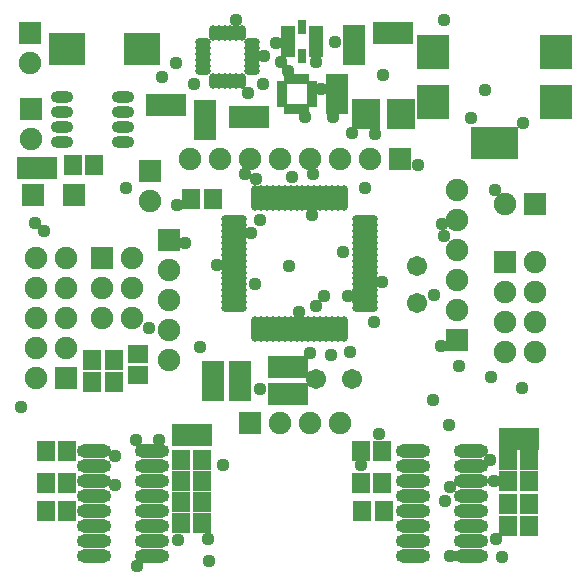
<source format=gts>
%FSAX24Y24*%
%MOIN*%
G70*
G01*
G75*
G04 Layer_Color=8388736*
%ADD10O,0.0118X0.0709*%
%ADD11O,0.0709X0.0118*%
%ADD12R,0.0472X0.0551*%
%ADD13R,0.0512X0.0591*%
%ADD14R,0.1024X0.0945*%
%ADD15O,0.0591X0.0236*%
%ADD16R,0.0197X0.0925*%
%ADD17R,0.0925X0.0984*%
%ADD18R,0.0787X0.0866*%
%ADD19R,0.0591X0.0591*%
%ADD20O,0.0984X0.0276*%
%ADD21R,0.0114X0.0177*%
%ADD22R,0.0177X0.0114*%
%ADD23R,0.0126X0.0354*%
%ADD24R,0.0315X0.0114*%
%ADD25O,0.0354X0.0116*%
%ADD26O,0.0116X0.0354*%
%ADD27R,0.0551X0.0472*%
%ADD28R,0.0591X0.0512*%
%ADD29C,0.0080*%
%ADD30C,0.0200*%
%ADD31C,0.0512*%
%ADD32C,0.0591*%
%ADD33R,0.0591X0.0591*%
%ADD34C,0.0280*%
%ADD35R,0.0551X0.0433*%
%ADD36C,0.0100*%
%ADD37C,0.0079*%
%ADD38C,0.0236*%
%ADD39C,0.0098*%
%ADD40O,0.0278X0.0869*%
%ADD41O,0.0869X0.0278*%
%ADD42R,0.0632X0.0711*%
%ADD43R,0.0672X0.0751*%
%ADD44R,0.1184X0.1105*%
%ADD45O,0.0751X0.0396*%
%ADD46R,0.0357X0.1085*%
%ADD47R,0.1085X0.1144*%
%ADD48R,0.0947X0.1026*%
%ADD49R,0.0751X0.0751*%
%ADD50O,0.1144X0.0436*%
%ADD51R,0.0274X0.0337*%
%ADD52R,0.0337X0.0274*%
%ADD53R,0.0286X0.0514*%
%ADD54R,0.0475X0.0274*%
%ADD55O,0.0514X0.0276*%
%ADD56O,0.0276X0.0514*%
%ADD57R,0.0711X0.0632*%
%ADD58R,0.0751X0.0672*%
%ADD59C,0.0672*%
%ADD60C,0.0751*%
%ADD61R,0.0751X0.0751*%
%ADD62C,0.0440*%
D40*
X028774Y043285D02*
D03*
X028970D02*
D03*
X029167D02*
D03*
X029364D02*
D03*
X029561D02*
D03*
X029758D02*
D03*
X029955D02*
D03*
X030152D02*
D03*
X030348D02*
D03*
X030545D02*
D03*
X030742D02*
D03*
X030939D02*
D03*
X031136D02*
D03*
X031333D02*
D03*
X031530D02*
D03*
X031726D02*
D03*
Y038915D02*
D03*
X031530D02*
D03*
X031333D02*
D03*
X031136D02*
D03*
X030939D02*
D03*
X030742D02*
D03*
X030545D02*
D03*
X030348D02*
D03*
X030152D02*
D03*
X029955D02*
D03*
X029758D02*
D03*
X029561D02*
D03*
X029364D02*
D03*
X029167D02*
D03*
X028970D02*
D03*
X028774D02*
D03*
D41*
X032435Y042576D02*
D03*
Y042380D02*
D03*
Y042183D02*
D03*
Y041986D02*
D03*
Y041789D02*
D03*
Y041592D02*
D03*
Y041395D02*
D03*
Y041198D02*
D03*
Y041002D02*
D03*
Y040805D02*
D03*
Y040608D02*
D03*
Y040411D02*
D03*
Y040214D02*
D03*
Y040017D02*
D03*
Y039820D02*
D03*
Y039624D02*
D03*
X028065D02*
D03*
Y039820D02*
D03*
Y040017D02*
D03*
Y040214D02*
D03*
Y040411D02*
D03*
Y040608D02*
D03*
Y040805D02*
D03*
Y041002D02*
D03*
Y041198D02*
D03*
Y041395D02*
D03*
Y041592D02*
D03*
Y041789D02*
D03*
Y041986D02*
D03*
Y042183D02*
D03*
Y042380D02*
D03*
Y042576D02*
D03*
D42*
X027354Y043250D02*
D03*
X026646D02*
D03*
X024054Y037900D02*
D03*
X023346D02*
D03*
X032346Y032850D02*
D03*
X033054D02*
D03*
X033004Y033800D02*
D03*
X032296D02*
D03*
X032296Y034850D02*
D03*
X033004D02*
D03*
X023404Y044400D02*
D03*
X022696D02*
D03*
X027004Y034550D02*
D03*
X026296D02*
D03*
X027004Y033150D02*
D03*
X026296D02*
D03*
X037904Y033100D02*
D03*
X037196D02*
D03*
X027004Y033850D02*
D03*
X026296D02*
D03*
X037904D02*
D03*
X037196D02*
D03*
X037904Y034550D02*
D03*
X037196D02*
D03*
X027004Y032450D02*
D03*
X026296D02*
D03*
X037904Y032350D02*
D03*
X037196D02*
D03*
X021796Y034850D02*
D03*
X022504D02*
D03*
X021796Y032850D02*
D03*
X022504D02*
D03*
Y033800D02*
D03*
X021796D02*
D03*
X024054Y037150D02*
D03*
X023346D02*
D03*
D43*
X021165Y044300D02*
D03*
X021835D02*
D03*
X026985Y035400D02*
D03*
X026315D02*
D03*
X037215Y035250D02*
D03*
X037885D02*
D03*
X029515Y037650D02*
D03*
X030185D02*
D03*
X029515Y036750D02*
D03*
X030185D02*
D03*
X028215Y046000D02*
D03*
X028885D02*
D03*
X026135Y046400D02*
D03*
X025465D02*
D03*
X033015Y048800D02*
D03*
X033685D02*
D03*
D44*
X025010Y048250D02*
D03*
X022490D02*
D03*
D45*
X022346Y046650D02*
D03*
Y046150D02*
D03*
Y045650D02*
D03*
Y045150D02*
D03*
X024354Y046650D02*
D03*
Y046150D02*
D03*
Y045650D02*
D03*
Y045150D02*
D03*
D46*
X037065Y045129D02*
D03*
X037380D02*
D03*
X036750D02*
D03*
X036435D02*
D03*
X036120Y045130D02*
D03*
D47*
X038787Y046497D02*
D03*
X034713D02*
D03*
X038787Y048171D02*
D03*
X034713D02*
D03*
D48*
X032459Y046100D02*
D03*
X033641D02*
D03*
D49*
X021361Y043400D02*
D03*
X022739D02*
D03*
X033600Y044600D02*
D03*
X028600Y035800D02*
D03*
X038100Y043100D02*
D03*
D50*
X025315Y031350D02*
D03*
Y031850D02*
D03*
Y032350D02*
D03*
Y032850D02*
D03*
Y033350D02*
D03*
Y033850D02*
D03*
Y034350D02*
D03*
Y034850D02*
D03*
X023385Y031350D02*
D03*
Y031850D02*
D03*
Y032350D02*
D03*
Y032850D02*
D03*
Y033350D02*
D03*
Y033850D02*
D03*
Y034350D02*
D03*
Y034850D02*
D03*
X035965Y031350D02*
D03*
Y031850D02*
D03*
Y032350D02*
D03*
Y032850D02*
D03*
Y033350D02*
D03*
Y033850D02*
D03*
Y034350D02*
D03*
Y034850D02*
D03*
X034035Y031350D02*
D03*
Y031850D02*
D03*
Y032350D02*
D03*
Y032850D02*
D03*
Y033350D02*
D03*
Y033850D02*
D03*
Y034350D02*
D03*
Y034850D02*
D03*
D51*
X029857Y047257D02*
D03*
X030054D02*
D03*
X030250D02*
D03*
X030447D02*
D03*
Y046253D02*
D03*
X030250D02*
D03*
X030054D02*
D03*
X029857D02*
D03*
D52*
X030654Y047050D02*
D03*
Y046853D02*
D03*
Y046656D02*
D03*
Y046459D02*
D03*
X029650D02*
D03*
Y046656D02*
D03*
Y046853D02*
D03*
Y047050D02*
D03*
D53*
X030322Y048034D02*
D03*
Y048979D02*
D03*
D54*
X030795Y048900D02*
D03*
Y048703D02*
D03*
Y048506D02*
D03*
Y048309D02*
D03*
Y048113D02*
D03*
X029850Y048900D02*
D03*
Y048703D02*
D03*
Y048506D02*
D03*
Y048309D02*
D03*
Y048113D02*
D03*
D55*
X027043Y048492D02*
D03*
Y048295D02*
D03*
Y048098D02*
D03*
Y047902D02*
D03*
Y047705D02*
D03*
Y047508D02*
D03*
X028657D02*
D03*
Y047705D02*
D03*
Y047902D02*
D03*
Y048098D02*
D03*
Y048295D02*
D03*
Y048492D02*
D03*
D56*
X027358Y047193D02*
D03*
X027555D02*
D03*
X027752D02*
D03*
X027948D02*
D03*
X028145D02*
D03*
X028342D02*
D03*
Y048807D02*
D03*
X028145D02*
D03*
X027948D02*
D03*
X027752D02*
D03*
X027555D02*
D03*
X027358D02*
D03*
D57*
X024850Y037396D02*
D03*
Y038104D02*
D03*
D58*
X027350Y037535D02*
D03*
Y036865D02*
D03*
X028250Y037535D02*
D03*
Y036865D02*
D03*
X032050Y048735D02*
D03*
Y048065D02*
D03*
X031500Y047085D02*
D03*
Y046415D02*
D03*
X027100Y046235D02*
D03*
Y045565D02*
D03*
D59*
X034150Y039790D02*
D03*
Y041010D02*
D03*
X030790Y037250D02*
D03*
X032010D02*
D03*
D60*
X026600Y044600D02*
D03*
X027600D02*
D03*
X028600D02*
D03*
X029600D02*
D03*
X030600D02*
D03*
X031600D02*
D03*
X032600D02*
D03*
X025900Y040900D02*
D03*
Y039900D02*
D03*
Y038900D02*
D03*
Y037900D02*
D03*
X025250Y043200D02*
D03*
X035500Y043550D02*
D03*
Y042550D02*
D03*
Y041550D02*
D03*
Y040550D02*
D03*
Y039550D02*
D03*
X029600Y035800D02*
D03*
X030600D02*
D03*
X031600D02*
D03*
X021450Y037300D02*
D03*
X022450Y038300D02*
D03*
X021450D02*
D03*
X022450Y039300D02*
D03*
X021450D02*
D03*
X022450Y040300D02*
D03*
X021450D02*
D03*
X022450Y041300D02*
D03*
X021450D02*
D03*
X021250Y047800D02*
D03*
X021300Y045250D02*
D03*
X038100Y041150D02*
D03*
X037100Y040150D02*
D03*
X038100D02*
D03*
X037100Y039150D02*
D03*
X038100D02*
D03*
X037100Y038150D02*
D03*
X038100D02*
D03*
X037100Y043100D02*
D03*
X024650Y039300D02*
D03*
X023650D02*
D03*
X024650Y040300D02*
D03*
X023650D02*
D03*
X024650Y041300D02*
D03*
D61*
X025900Y041900D02*
D03*
X025250Y044200D02*
D03*
X035500Y038550D02*
D03*
X022450Y037300D02*
D03*
X021250Y048800D02*
D03*
X021300Y046250D02*
D03*
X037100Y041150D02*
D03*
X023650Y041300D02*
D03*
D62*
X035950Y045950D02*
D03*
X037704Y045780D02*
D03*
X032910Y035430D02*
D03*
X024100Y034700D02*
D03*
X036610Y034550D02*
D03*
X024800Y035210D02*
D03*
X035240Y035710D02*
D03*
X031430Y048506D02*
D03*
X026210Y031900D02*
D03*
X021431Y042456D02*
D03*
X025670Y047320D02*
D03*
X029030Y047080D02*
D03*
X035260Y033660D02*
D03*
X030230Y039490D02*
D03*
X034729Y040056D02*
D03*
X028430Y044090D02*
D03*
X036620Y037340D02*
D03*
X035560Y037680D02*
D03*
X031870Y040017D02*
D03*
X032730Y039160D02*
D03*
X031932Y038146D02*
D03*
X031060Y040010D02*
D03*
X020950Y036340D02*
D03*
X035080Y049210D02*
D03*
X028145D02*
D03*
X032430Y043640D02*
D03*
X030980Y046910D02*
D03*
X029480Y048450D02*
D03*
X035260Y031350D02*
D03*
X027240Y031190D02*
D03*
X029900Y041040D02*
D03*
X035080Y042020D02*
D03*
X035110Y033190D02*
D03*
X027190Y031910D02*
D03*
X028920Y036910D02*
D03*
X027710Y034400D02*
D03*
X032296D02*
D03*
X028530Y046790D02*
D03*
X030447Y045980D02*
D03*
X031350D02*
D03*
X029880Y047537D02*
D03*
X026740Y047090D02*
D03*
X036800Y031910D02*
D03*
X036720Y033850D02*
D03*
X024100Y033730D02*
D03*
X025580Y035210D02*
D03*
X021740Y042190D02*
D03*
X030600Y038120D02*
D03*
X026930Y038320D02*
D03*
X025220Y038960D02*
D03*
X028640Y042130D02*
D03*
X034190Y044400D02*
D03*
X027500Y041060D02*
D03*
X031300Y038070D02*
D03*
X031710Y041500D02*
D03*
X034970Y038360D02*
D03*
X030711Y044090D02*
D03*
X024820Y031010D02*
D03*
X036990Y031330D02*
D03*
X028760Y040411D02*
D03*
X036750Y043570D02*
D03*
X030800Y039680D02*
D03*
X032760Y045440D02*
D03*
X032013Y045450D02*
D03*
X037670Y036960D02*
D03*
X029050Y048020D02*
D03*
X033020Y047400D02*
D03*
X034700Y036550D02*
D03*
X026440Y041789D02*
D03*
X024470Y043630D02*
D03*
X029990Y043990D02*
D03*
X033000Y040480D02*
D03*
X035000Y042430D02*
D03*
X030680Y042720D02*
D03*
X028920Y042550D02*
D03*
X029620Y047821D02*
D03*
X030790D02*
D03*
X026135Y047800D02*
D03*
X028803Y043929D02*
D03*
X036435Y046875D02*
D03*
X026180Y043050D02*
D03*
M02*

</source>
